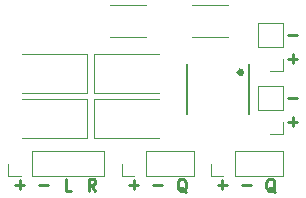
<source format=gbr>
%TF.GenerationSoftware,KiCad,Pcbnew,7.0.5*%
%TF.CreationDate,2023-08-11T08:16:59+02:00*%
%TF.ProjectId,FiresportTimer,46697265-7370-46f7-9274-54696d65722e,rev?*%
%TF.SameCoordinates,Original*%
%TF.FileFunction,Legend,Top*%
%TF.FilePolarity,Positive*%
%FSLAX46Y46*%
G04 Gerber Fmt 4.6, Leading zero omitted, Abs format (unit mm)*
G04 Created by KiCad (PCBNEW 7.0.5) date 2023-08-11 08:16:59*
%MOMM*%
%LPD*%
G01*
G04 APERTURE LIST*
%ADD10C,0.358981*%
%ADD11C,0.250000*%
%ADD12C,0.120000*%
%ADD13C,0.152400*%
G04 APERTURE END LIST*
D10*
X170994490Y-63373000D02*
G75*
G03*
X170994490Y-63373000I-179490J0D01*
G01*
D11*
X168910048Y-72889666D02*
X169671953Y-72889666D01*
X169291000Y-73270619D02*
X169291000Y-72508714D01*
X163449048Y-72889666D02*
X164210953Y-72889666D01*
X170942048Y-72889666D02*
X171703953Y-72889666D01*
X174879048Y-65523666D02*
X175640953Y-65523666D01*
X174879048Y-67555666D02*
X175640953Y-67555666D01*
X175260000Y-67936619D02*
X175260000Y-67174714D01*
X156519523Y-73397619D02*
X156043333Y-73397619D01*
X156043333Y-73397619D02*
X156043333Y-72397619D01*
X153797048Y-72889666D02*
X154558953Y-72889666D01*
X174879048Y-60189666D02*
X175640953Y-60189666D01*
X173735952Y-73492857D02*
X173640714Y-73445238D01*
X173640714Y-73445238D02*
X173545476Y-73350000D01*
X173545476Y-73350000D02*
X173402619Y-73207142D01*
X173402619Y-73207142D02*
X173307381Y-73159523D01*
X173307381Y-73159523D02*
X173212143Y-73159523D01*
X173259762Y-73397619D02*
X173164524Y-73350000D01*
X173164524Y-73350000D02*
X173069286Y-73254761D01*
X173069286Y-73254761D02*
X173021667Y-73064285D01*
X173021667Y-73064285D02*
X173021667Y-72730952D01*
X173021667Y-72730952D02*
X173069286Y-72540476D01*
X173069286Y-72540476D02*
X173164524Y-72445238D01*
X173164524Y-72445238D02*
X173259762Y-72397619D01*
X173259762Y-72397619D02*
X173450238Y-72397619D01*
X173450238Y-72397619D02*
X173545476Y-72445238D01*
X173545476Y-72445238D02*
X173640714Y-72540476D01*
X173640714Y-72540476D02*
X173688333Y-72730952D01*
X173688333Y-72730952D02*
X173688333Y-73064285D01*
X173688333Y-73064285D02*
X173640714Y-73254761D01*
X173640714Y-73254761D02*
X173545476Y-73350000D01*
X173545476Y-73350000D02*
X173450238Y-73397619D01*
X173450238Y-73397619D02*
X173259762Y-73397619D01*
X174879048Y-62221666D02*
X175640953Y-62221666D01*
X175260000Y-62602619D02*
X175260000Y-61840714D01*
X161417048Y-72889666D02*
X162178953Y-72889666D01*
X161798000Y-73270619D02*
X161798000Y-72508714D01*
X151765048Y-72889666D02*
X152526953Y-72889666D01*
X152146000Y-73270619D02*
X152146000Y-72508714D01*
X158551523Y-73397619D02*
X158218190Y-72921428D01*
X157980095Y-73397619D02*
X157980095Y-72397619D01*
X157980095Y-72397619D02*
X158361047Y-72397619D01*
X158361047Y-72397619D02*
X158456285Y-72445238D01*
X158456285Y-72445238D02*
X158503904Y-72492857D01*
X158503904Y-72492857D02*
X158551523Y-72588095D01*
X158551523Y-72588095D02*
X158551523Y-72730952D01*
X158551523Y-72730952D02*
X158503904Y-72826190D01*
X158503904Y-72826190D02*
X158456285Y-72873809D01*
X158456285Y-72873809D02*
X158361047Y-72921428D01*
X158361047Y-72921428D02*
X157980095Y-72921428D01*
X166242952Y-73492857D02*
X166147714Y-73445238D01*
X166147714Y-73445238D02*
X166052476Y-73350000D01*
X166052476Y-73350000D02*
X165909619Y-73207142D01*
X165909619Y-73207142D02*
X165814381Y-73159523D01*
X165814381Y-73159523D02*
X165719143Y-73159523D01*
X165766762Y-73397619D02*
X165671524Y-73350000D01*
X165671524Y-73350000D02*
X165576286Y-73254761D01*
X165576286Y-73254761D02*
X165528667Y-73064285D01*
X165528667Y-73064285D02*
X165528667Y-72730952D01*
X165528667Y-72730952D02*
X165576286Y-72540476D01*
X165576286Y-72540476D02*
X165671524Y-72445238D01*
X165671524Y-72445238D02*
X165766762Y-72397619D01*
X165766762Y-72397619D02*
X165957238Y-72397619D01*
X165957238Y-72397619D02*
X166052476Y-72445238D01*
X166052476Y-72445238D02*
X166147714Y-72540476D01*
X166147714Y-72540476D02*
X166195333Y-72730952D01*
X166195333Y-72730952D02*
X166195333Y-73064285D01*
X166195333Y-73064285D02*
X166147714Y-73254761D01*
X166147714Y-73254761D02*
X166052476Y-73350000D01*
X166052476Y-73350000D02*
X165957238Y-73397619D01*
X165957238Y-73397619D02*
X165766762Y-73397619D01*
D12*
%TO.C,CON_LED_L1*%
X174415000Y-68640000D02*
X173355000Y-68640000D01*
X174415000Y-67580000D02*
X174415000Y-68640000D01*
X174415000Y-66580000D02*
X174415000Y-64520000D01*
X174415000Y-66580000D02*
X172295000Y-66580000D01*
X174415000Y-64520000D02*
X172295000Y-64520000D01*
X172295000Y-66580000D02*
X172295000Y-64520000D01*
%TO.C,CON_OUT1*%
X151150000Y-72180000D02*
X151150000Y-71120000D01*
X152210000Y-72180000D02*
X151150000Y-72180000D01*
X153210000Y-72180000D02*
X159270000Y-72180000D01*
X153210000Y-72180000D02*
X153210000Y-70060000D01*
X159270000Y-72180000D02*
X159270000Y-70060000D01*
X153210000Y-70060000D02*
X159270000Y-70060000D01*
%TO.C,D_OUT_R1*%
X157815000Y-68960000D02*
X157815000Y-65660000D01*
X157815000Y-68960000D02*
X152305000Y-68960000D01*
X157815000Y-65660000D02*
X152305000Y-65660000D01*
%TO.C,D_GATE_L1*%
X158415000Y-61850000D02*
X158415000Y-65150000D01*
X158415000Y-61850000D02*
X163925000Y-61850000D01*
X158415000Y-65150000D02*
X163925000Y-65150000D01*
%TO.C,CON_HAL_L1*%
X168295000Y-72180000D02*
X168295000Y-71120000D01*
X169355000Y-72180000D02*
X168295000Y-72180000D01*
X170355000Y-72180000D02*
X174415000Y-72180000D01*
X170355000Y-72180000D02*
X170355000Y-70060000D01*
X174415000Y-72180000D02*
X174415000Y-70060000D01*
X170355000Y-70060000D02*
X174415000Y-70060000D01*
%TO.C,D_OUT_L1*%
X157815000Y-65150000D02*
X157815000Y-61850000D01*
X157815000Y-65150000D02*
X152305000Y-65150000D01*
X157815000Y-61850000D02*
X152305000Y-61850000D01*
%TO.C,D_GATE_R1*%
X158415000Y-65660000D02*
X158415000Y-68960000D01*
X158415000Y-65660000D02*
X163925000Y-65660000D01*
X158415000Y-68960000D02*
X163925000Y-68960000D01*
D13*
%TO.C,Q1*%
X166281100Y-62649100D02*
X166281100Y-66890900D01*
X171538900Y-66890900D02*
X171538900Y-62649100D01*
D12*
%TO.C,R_PULLUP_R1*%
X162817064Y-60415000D02*
X159762936Y-60415000D01*
X162817064Y-57695000D02*
X159762936Y-57695000D01*
%TO.C,CON_LED_R1*%
X174415000Y-63290000D02*
X173355000Y-63290000D01*
X174415000Y-62230000D02*
X174415000Y-63290000D01*
X174415000Y-61230000D02*
X174415000Y-59170000D01*
X174415000Y-61230000D02*
X172295000Y-61230000D01*
X174415000Y-59170000D02*
X172295000Y-59170000D01*
X172295000Y-61230000D02*
X172295000Y-59170000D01*
%TO.C,R_PULLUP_L1*%
X169802064Y-60415000D02*
X166747936Y-60415000D01*
X169802064Y-57695000D02*
X166747936Y-57695000D01*
%TO.C,CON_HAL_R1*%
X160770000Y-72180000D02*
X160770000Y-71120000D01*
X161830000Y-72180000D02*
X160770000Y-72180000D01*
X162830000Y-72180000D02*
X166890000Y-72180000D01*
X162830000Y-72180000D02*
X162830000Y-70060000D01*
X166890000Y-72180000D02*
X166890000Y-70060000D01*
X162830000Y-70060000D02*
X166890000Y-70060000D01*
%TD*%
M02*

</source>
